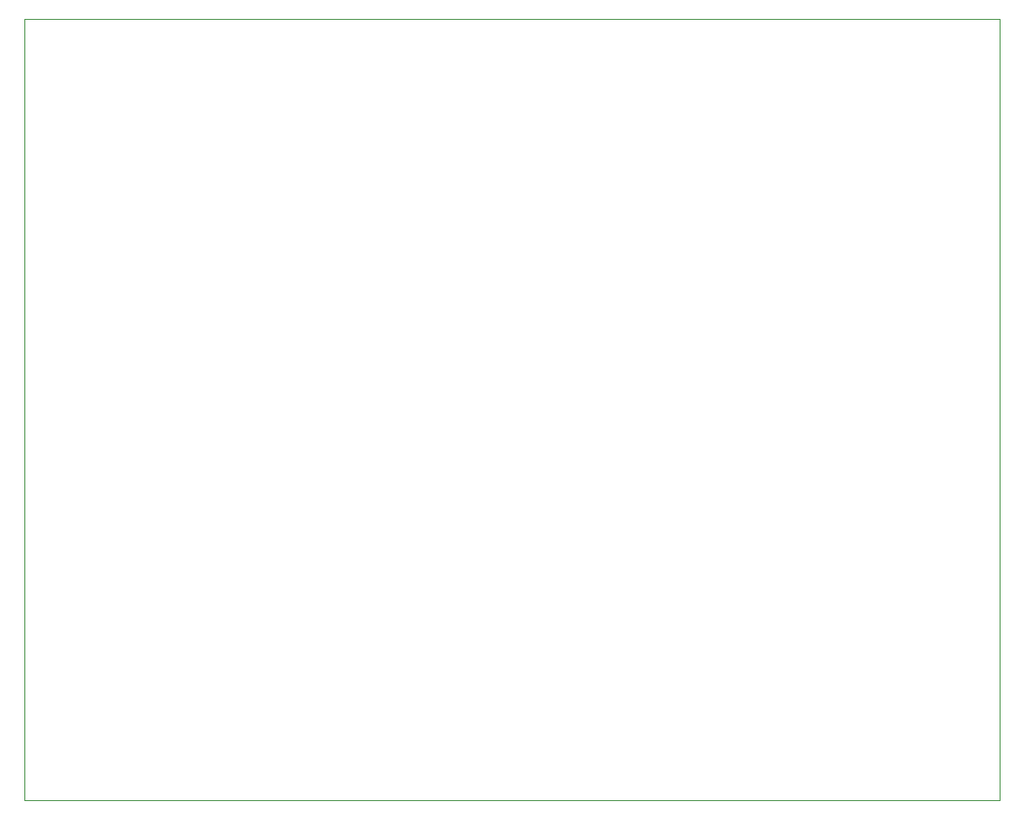
<source format=gbo>
G75*
%MOIN*%
%OFA0B0*%
%FSLAX25Y25*%
%IPPOS*%
%LPD*%
%AMOC8*
5,1,8,0,0,1.08239X$1,22.5*
%
%ADD10C,0.00000*%
D10*
X0001800Y0001800D02*
X0001800Y0290501D01*
X0361721Y0290501D01*
X0361721Y0001800D01*
X0001800Y0001800D01*
M02*

</source>
